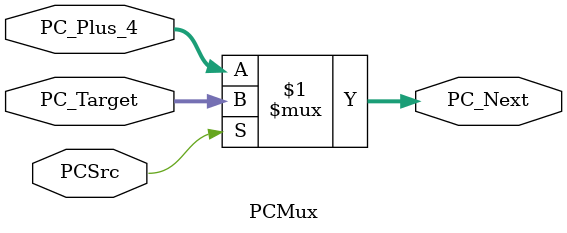
<source format=v>
module PCMux (
	       input wire [31:0]  PC_Plus_4,PC_Target,
	       input wire 	  PCSrc,
	       output wire [31:0] PC_Next
	       );

   assign PC_Next = PCSrc ? PC_Target : PC_Plus_4;

endmodule

</source>
